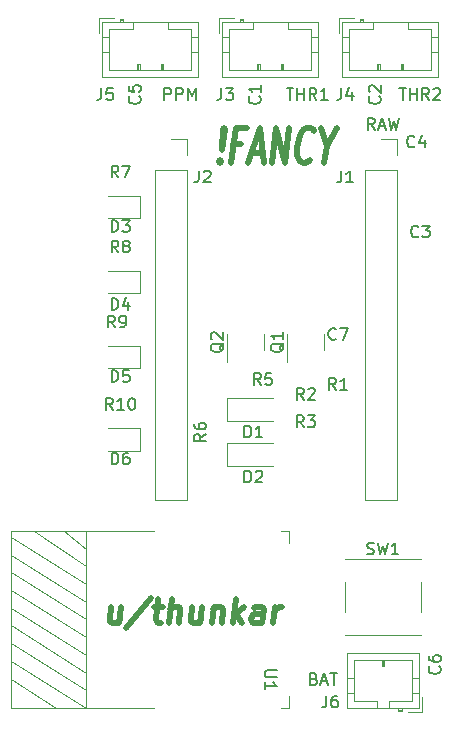
<source format=gbr>
%TF.GenerationSoftware,KiCad,Pcbnew,6.0.2-378541a8eb~116~ubuntu20.04.1*%
%TF.CreationDate,2022-02-26T00:15:36+01:00*%
%TF.ProjectId,unfancyRemote,756e6661-6e63-4795-9265-6d6f74652e6b,rev?*%
%TF.SameCoordinates,Original*%
%TF.FileFunction,Legend,Top*%
%TF.FilePolarity,Positive*%
%FSLAX46Y46*%
G04 Gerber Fmt 4.6, Leading zero omitted, Abs format (unit mm)*
G04 Created by KiCad (PCBNEW 6.0.2-378541a8eb~116~ubuntu20.04.1) date 2022-02-26 00:15:36*
%MOMM*%
%LPD*%
G01*
G04 APERTURE LIST*
%ADD10C,0.500000*%
%ADD11C,0.150000*%
%ADD12C,0.120000*%
G04 APERTURE END LIST*
D10*
X120739226Y-110696428D02*
X120572559Y-112029761D01*
X119882083Y-110696428D02*
X119751130Y-111744047D01*
X119822559Y-111934523D01*
X120001130Y-112029761D01*
X120286845Y-112029761D01*
X120489226Y-111934523D01*
X120596369Y-111839285D01*
X123215416Y-109934523D02*
X121179702Y-112505952D01*
X123501130Y-110696428D02*
X124263035Y-110696428D01*
X123870178Y-110029761D02*
X123655892Y-111744047D01*
X123727321Y-111934523D01*
X123905892Y-112029761D01*
X124096369Y-112029761D01*
X124763035Y-112029761D02*
X125013035Y-110029761D01*
X125620178Y-112029761D02*
X125751130Y-110982142D01*
X125679702Y-110791666D01*
X125501130Y-110696428D01*
X125215416Y-110696428D01*
X125013035Y-110791666D01*
X124905892Y-110886904D01*
X127596369Y-110696428D02*
X127429702Y-112029761D01*
X126739226Y-110696428D02*
X126608273Y-111744047D01*
X126679702Y-111934523D01*
X126858273Y-112029761D01*
X127143988Y-112029761D01*
X127346369Y-111934523D01*
X127453511Y-111839285D01*
X128548750Y-110696428D02*
X128382083Y-112029761D01*
X128524940Y-110886904D02*
X128632083Y-110791666D01*
X128834464Y-110696428D01*
X129120178Y-110696428D01*
X129298750Y-110791666D01*
X129370178Y-110982142D01*
X129239226Y-112029761D01*
X130191607Y-112029761D02*
X130441607Y-110029761D01*
X130477321Y-111267857D02*
X130953511Y-112029761D01*
X131120178Y-110696428D02*
X130263035Y-111458333D01*
X132667797Y-112029761D02*
X132798750Y-110982142D01*
X132727321Y-110791666D01*
X132548750Y-110696428D01*
X132167797Y-110696428D01*
X131965416Y-110791666D01*
X132679702Y-111934523D02*
X132477321Y-112029761D01*
X132001130Y-112029761D01*
X131822559Y-111934523D01*
X131751130Y-111744047D01*
X131774940Y-111553571D01*
X131893988Y-111363095D01*
X132096369Y-111267857D01*
X132572559Y-111267857D01*
X132774940Y-111172619D01*
X133620178Y-112029761D02*
X133786845Y-110696428D01*
X133739226Y-111077380D02*
X133858273Y-110886904D01*
X133965416Y-110791666D01*
X134167797Y-110696428D01*
X134358273Y-110696428D01*
X129117648Y-72826428D02*
X129195029Y-72969285D01*
X129081934Y-73112142D01*
X129004553Y-72969285D01*
X129117648Y-72826428D01*
X129081934Y-73112142D01*
X129224791Y-71969285D02*
X129343839Y-70255000D01*
X129456934Y-70112142D01*
X129534315Y-70255000D01*
X129224791Y-71969285D01*
X129456934Y-70112142D01*
X130897410Y-71540714D02*
X130230744Y-71540714D01*
X130034315Y-73112142D02*
X130409315Y-70112142D01*
X131361696Y-70112142D01*
X131760505Y-72255000D02*
X132712886Y-72255000D01*
X131462886Y-73112142D02*
X132504553Y-70112142D01*
X132796220Y-73112142D01*
X133462886Y-73112142D02*
X133837886Y-70112142D01*
X134605744Y-73112142D01*
X134980744Y-70112142D01*
X136736696Y-72826428D02*
X136623601Y-72969285D01*
X136320029Y-73112142D01*
X136129553Y-73112142D01*
X135861696Y-72969285D01*
X135706934Y-72683571D01*
X135647410Y-72397857D01*
X135623601Y-71826428D01*
X135677172Y-71397857D01*
X135843839Y-70826428D01*
X135974791Y-70540714D01*
X136200982Y-70255000D01*
X136504553Y-70112142D01*
X136695029Y-70112142D01*
X136962886Y-70255000D01*
X137040267Y-70397857D01*
X138117648Y-71683571D02*
X137939077Y-73112142D01*
X137647410Y-70112142D02*
X138117648Y-71683571D01*
X138980744Y-70112142D01*
D11*
X142184523Y-70302380D02*
X141851190Y-69826190D01*
X141613095Y-70302380D02*
X141613095Y-69302380D01*
X141994047Y-69302380D01*
X142089285Y-69350000D01*
X142136904Y-69397619D01*
X142184523Y-69492857D01*
X142184523Y-69635714D01*
X142136904Y-69730952D01*
X142089285Y-69778571D01*
X141994047Y-69826190D01*
X141613095Y-69826190D01*
X142565476Y-70016666D02*
X143041666Y-70016666D01*
X142470238Y-70302380D02*
X142803571Y-69302380D01*
X143136904Y-70302380D01*
X143375000Y-69302380D02*
X143613095Y-70302380D01*
X143803571Y-69588095D01*
X143994047Y-70302380D01*
X144232142Y-69302380D01*
X137056904Y-116768571D02*
X137199761Y-116816190D01*
X137247380Y-116863809D01*
X137295000Y-116959047D01*
X137295000Y-117101904D01*
X137247380Y-117197142D01*
X137199761Y-117244761D01*
X137104523Y-117292380D01*
X136723571Y-117292380D01*
X136723571Y-116292380D01*
X137056904Y-116292380D01*
X137152142Y-116340000D01*
X137199761Y-116387619D01*
X137247380Y-116482857D01*
X137247380Y-116578095D01*
X137199761Y-116673333D01*
X137152142Y-116720952D01*
X137056904Y-116768571D01*
X136723571Y-116768571D01*
X137675952Y-117006666D02*
X138152142Y-117006666D01*
X137580714Y-117292380D02*
X137914047Y-116292380D01*
X138247380Y-117292380D01*
X138437857Y-116292380D02*
X139009285Y-116292380D01*
X138723571Y-117292380D02*
X138723571Y-116292380D01*
X144264285Y-66762380D02*
X144835714Y-66762380D01*
X144550000Y-67762380D02*
X144550000Y-66762380D01*
X145169047Y-67762380D02*
X145169047Y-66762380D01*
X145169047Y-67238571D02*
X145740476Y-67238571D01*
X145740476Y-67762380D02*
X145740476Y-66762380D01*
X146788095Y-67762380D02*
X146454761Y-67286190D01*
X146216666Y-67762380D02*
X146216666Y-66762380D01*
X146597619Y-66762380D01*
X146692857Y-66810000D01*
X146740476Y-66857619D01*
X146788095Y-66952857D01*
X146788095Y-67095714D01*
X146740476Y-67190952D01*
X146692857Y-67238571D01*
X146597619Y-67286190D01*
X146216666Y-67286190D01*
X147169047Y-66857619D02*
X147216666Y-66810000D01*
X147311904Y-66762380D01*
X147550000Y-66762380D01*
X147645238Y-66810000D01*
X147692857Y-66857619D01*
X147740476Y-66952857D01*
X147740476Y-67048095D01*
X147692857Y-67190952D01*
X147121428Y-67762380D01*
X147740476Y-67762380D01*
X134739285Y-66762380D02*
X135310714Y-66762380D01*
X135025000Y-67762380D02*
X135025000Y-66762380D01*
X135644047Y-67762380D02*
X135644047Y-66762380D01*
X135644047Y-67238571D02*
X136215476Y-67238571D01*
X136215476Y-67762380D02*
X136215476Y-66762380D01*
X137263095Y-67762380D02*
X136929761Y-67286190D01*
X136691666Y-67762380D02*
X136691666Y-66762380D01*
X137072619Y-66762380D01*
X137167857Y-66810000D01*
X137215476Y-66857619D01*
X137263095Y-66952857D01*
X137263095Y-67095714D01*
X137215476Y-67190952D01*
X137167857Y-67238571D01*
X137072619Y-67286190D01*
X136691666Y-67286190D01*
X138215476Y-67762380D02*
X137644047Y-67762380D01*
X137929761Y-67762380D02*
X137929761Y-66762380D01*
X137834523Y-66905238D01*
X137739285Y-67000476D01*
X137644047Y-67048095D01*
X124396666Y-67762380D02*
X124396666Y-66762380D01*
X124777619Y-66762380D01*
X124872857Y-66810000D01*
X124920476Y-66857619D01*
X124968095Y-66952857D01*
X124968095Y-67095714D01*
X124920476Y-67190952D01*
X124872857Y-67238571D01*
X124777619Y-67286190D01*
X124396666Y-67286190D01*
X125396666Y-67762380D02*
X125396666Y-66762380D01*
X125777619Y-66762380D01*
X125872857Y-66810000D01*
X125920476Y-66857619D01*
X125968095Y-66952857D01*
X125968095Y-67095714D01*
X125920476Y-67190952D01*
X125872857Y-67238571D01*
X125777619Y-67286190D01*
X125396666Y-67286190D01*
X126396666Y-67762380D02*
X126396666Y-66762380D01*
X126730000Y-67476666D01*
X127063333Y-66762380D01*
X127063333Y-67762380D01*
%TO.C,R1*%
X138898333Y-92307380D02*
X138565000Y-91831190D01*
X138326904Y-92307380D02*
X138326904Y-91307380D01*
X138707857Y-91307380D01*
X138803095Y-91355000D01*
X138850714Y-91402619D01*
X138898333Y-91497857D01*
X138898333Y-91640714D01*
X138850714Y-91735952D01*
X138803095Y-91783571D01*
X138707857Y-91831190D01*
X138326904Y-91831190D01*
X139850714Y-92307380D02*
X139279285Y-92307380D01*
X139565000Y-92307380D02*
X139565000Y-91307380D01*
X139469761Y-91450238D01*
X139374523Y-91545476D01*
X139279285Y-91593095D01*
%TO.C,C2*%
X142597142Y-67476666D02*
X142644761Y-67524285D01*
X142692380Y-67667142D01*
X142692380Y-67762380D01*
X142644761Y-67905238D01*
X142549523Y-68000476D01*
X142454285Y-68048095D01*
X142263809Y-68095714D01*
X142120952Y-68095714D01*
X141930476Y-68048095D01*
X141835238Y-68000476D01*
X141740000Y-67905238D01*
X141692380Y-67762380D01*
X141692380Y-67667142D01*
X141740000Y-67524285D01*
X141787619Y-67476666D01*
X141787619Y-67095714D02*
X141740000Y-67048095D01*
X141692380Y-66952857D01*
X141692380Y-66714761D01*
X141740000Y-66619523D01*
X141787619Y-66571904D01*
X141882857Y-66524285D01*
X141978095Y-66524285D01*
X142120952Y-66571904D01*
X142692380Y-67143333D01*
X142692380Y-66524285D01*
%TO.C,C5*%
X122277142Y-67476666D02*
X122324761Y-67524285D01*
X122372380Y-67667142D01*
X122372380Y-67762380D01*
X122324761Y-67905238D01*
X122229523Y-68000476D01*
X122134285Y-68048095D01*
X121943809Y-68095714D01*
X121800952Y-68095714D01*
X121610476Y-68048095D01*
X121515238Y-68000476D01*
X121420000Y-67905238D01*
X121372380Y-67762380D01*
X121372380Y-67667142D01*
X121420000Y-67524285D01*
X121467619Y-67476666D01*
X121372380Y-66571904D02*
X121372380Y-67048095D01*
X121848571Y-67095714D01*
X121800952Y-67048095D01*
X121753333Y-66952857D01*
X121753333Y-66714761D01*
X121800952Y-66619523D01*
X121848571Y-66571904D01*
X121943809Y-66524285D01*
X122181904Y-66524285D01*
X122277142Y-66571904D01*
X122324761Y-66619523D01*
X122372380Y-66714761D01*
X122372380Y-66952857D01*
X122324761Y-67048095D01*
X122277142Y-67095714D01*
%TO.C,R9*%
X120193333Y-87032380D02*
X119860000Y-86556190D01*
X119621904Y-87032380D02*
X119621904Y-86032380D01*
X120002857Y-86032380D01*
X120098095Y-86080000D01*
X120145714Y-86127619D01*
X120193333Y-86222857D01*
X120193333Y-86365714D01*
X120145714Y-86460952D01*
X120098095Y-86508571D01*
X120002857Y-86556190D01*
X119621904Y-86556190D01*
X120669523Y-87032380D02*
X120860000Y-87032380D01*
X120955238Y-86984761D01*
X121002857Y-86937142D01*
X121098095Y-86794285D01*
X121145714Y-86603809D01*
X121145714Y-86222857D01*
X121098095Y-86127619D01*
X121050476Y-86080000D01*
X120955238Y-86032380D01*
X120764761Y-86032380D01*
X120669523Y-86080000D01*
X120621904Y-86127619D01*
X120574285Y-86222857D01*
X120574285Y-86460952D01*
X120621904Y-86556190D01*
X120669523Y-86603809D01*
X120764761Y-86651428D01*
X120955238Y-86651428D01*
X121050476Y-86603809D01*
X121098095Y-86556190D01*
X121145714Y-86460952D01*
%TO.C,D3*%
X119911904Y-78937380D02*
X119911904Y-77937380D01*
X120150000Y-77937380D01*
X120292857Y-77985000D01*
X120388095Y-78080238D01*
X120435714Y-78175476D01*
X120483333Y-78365952D01*
X120483333Y-78508809D01*
X120435714Y-78699285D01*
X120388095Y-78794523D01*
X120292857Y-78889761D01*
X120150000Y-78937380D01*
X119911904Y-78937380D01*
X120816666Y-77937380D02*
X121435714Y-77937380D01*
X121102380Y-78318333D01*
X121245238Y-78318333D01*
X121340476Y-78365952D01*
X121388095Y-78413571D01*
X121435714Y-78508809D01*
X121435714Y-78746904D01*
X121388095Y-78842142D01*
X121340476Y-78889761D01*
X121245238Y-78937380D01*
X120959523Y-78937380D01*
X120864285Y-78889761D01*
X120816666Y-78842142D01*
%TO.C,J2*%
X127301666Y-73747380D02*
X127301666Y-74461666D01*
X127254047Y-74604523D01*
X127158809Y-74699761D01*
X127015952Y-74747380D01*
X126920714Y-74747380D01*
X127730238Y-73842619D02*
X127777857Y-73795000D01*
X127873095Y-73747380D01*
X128111190Y-73747380D01*
X128206428Y-73795000D01*
X128254047Y-73842619D01*
X128301666Y-73937857D01*
X128301666Y-74033095D01*
X128254047Y-74175952D01*
X127682619Y-74747380D01*
X128301666Y-74747380D01*
%TO.C,R3*%
X136184583Y-95482380D02*
X135851250Y-95006190D01*
X135613154Y-95482380D02*
X135613154Y-94482380D01*
X135994107Y-94482380D01*
X136089345Y-94530000D01*
X136136964Y-94577619D01*
X136184583Y-94672857D01*
X136184583Y-94815714D01*
X136136964Y-94910952D01*
X136089345Y-94958571D01*
X135994107Y-95006190D01*
X135613154Y-95006190D01*
X136517916Y-94482380D02*
X137136964Y-94482380D01*
X136803630Y-94863333D01*
X136946488Y-94863333D01*
X137041726Y-94910952D01*
X137089345Y-94958571D01*
X137136964Y-95053809D01*
X137136964Y-95291904D01*
X137089345Y-95387142D01*
X137041726Y-95434761D01*
X136946488Y-95482380D01*
X136660773Y-95482380D01*
X136565535Y-95434761D01*
X136517916Y-95387142D01*
%TO.C,U1*%
X133897619Y-116078095D02*
X133088095Y-116078095D01*
X132992857Y-116125714D01*
X132945238Y-116173333D01*
X132897619Y-116268571D01*
X132897619Y-116459047D01*
X132945238Y-116554285D01*
X132992857Y-116601904D01*
X133088095Y-116649523D01*
X133897619Y-116649523D01*
X132897619Y-117649523D02*
X132897619Y-117078095D01*
X132897619Y-117363809D02*
X133897619Y-117363809D01*
X133754761Y-117268571D01*
X133659523Y-117173333D01*
X133611904Y-117078095D01*
%TO.C,C4*%
X145563333Y-71697142D02*
X145515714Y-71744761D01*
X145372857Y-71792380D01*
X145277619Y-71792380D01*
X145134761Y-71744761D01*
X145039523Y-71649523D01*
X144991904Y-71554285D01*
X144944285Y-71363809D01*
X144944285Y-71220952D01*
X144991904Y-71030476D01*
X145039523Y-70935238D01*
X145134761Y-70840000D01*
X145277619Y-70792380D01*
X145372857Y-70792380D01*
X145515714Y-70840000D01*
X145563333Y-70887619D01*
X146420476Y-71125714D02*
X146420476Y-71792380D01*
X146182380Y-70744761D02*
X145944285Y-71459047D01*
X146563333Y-71459047D01*
%TO.C,J1*%
X139366666Y-73747380D02*
X139366666Y-74461666D01*
X139319047Y-74604523D01*
X139223809Y-74699761D01*
X139080952Y-74747380D01*
X138985714Y-74747380D01*
X140366666Y-74747380D02*
X139795238Y-74747380D01*
X140080952Y-74747380D02*
X140080952Y-73747380D01*
X139985714Y-73890238D01*
X139890476Y-73985476D01*
X139795238Y-74033095D01*
%TO.C, *%
%TO.C,R2*%
X136184583Y-93162380D02*
X135851250Y-92686190D01*
X135613154Y-93162380D02*
X135613154Y-92162380D01*
X135994107Y-92162380D01*
X136089345Y-92210000D01*
X136136964Y-92257619D01*
X136184583Y-92352857D01*
X136184583Y-92495714D01*
X136136964Y-92590952D01*
X136089345Y-92638571D01*
X135994107Y-92686190D01*
X135613154Y-92686190D01*
X136565535Y-92257619D02*
X136613154Y-92210000D01*
X136708392Y-92162380D01*
X136946488Y-92162380D01*
X137041726Y-92210000D01*
X137089345Y-92257619D01*
X137136964Y-92352857D01*
X137136964Y-92448095D01*
X137089345Y-92590952D01*
X136517916Y-93162380D01*
X137136964Y-93162380D01*
%TO.C,C1*%
X132437142Y-67476666D02*
X132484761Y-67524285D01*
X132532380Y-67667142D01*
X132532380Y-67762380D01*
X132484761Y-67905238D01*
X132389523Y-68000476D01*
X132294285Y-68048095D01*
X132103809Y-68095714D01*
X131960952Y-68095714D01*
X131770476Y-68048095D01*
X131675238Y-68000476D01*
X131580000Y-67905238D01*
X131532380Y-67762380D01*
X131532380Y-67667142D01*
X131580000Y-67524285D01*
X131627619Y-67476666D01*
X132532380Y-66524285D02*
X132532380Y-67095714D01*
X132532380Y-66810000D02*
X131532380Y-66810000D01*
X131675238Y-66905238D01*
X131770476Y-67000476D01*
X131818095Y-67095714D01*
%TO.C,D1*%
X131168154Y-96337380D02*
X131168154Y-95337380D01*
X131406250Y-95337380D01*
X131549107Y-95385000D01*
X131644345Y-95480238D01*
X131691964Y-95575476D01*
X131739583Y-95765952D01*
X131739583Y-95908809D01*
X131691964Y-96099285D01*
X131644345Y-96194523D01*
X131549107Y-96289761D01*
X131406250Y-96337380D01*
X131168154Y-96337380D01*
X132691964Y-96337380D02*
X132120535Y-96337380D01*
X132406250Y-96337380D02*
X132406250Y-95337380D01*
X132311011Y-95480238D01*
X132215773Y-95575476D01*
X132120535Y-95623095D01*
%TO.C,C3*%
X145883333Y-79317142D02*
X145835714Y-79364761D01*
X145692857Y-79412380D01*
X145597619Y-79412380D01*
X145454761Y-79364761D01*
X145359523Y-79269523D01*
X145311904Y-79174285D01*
X145264285Y-78983809D01*
X145264285Y-78840952D01*
X145311904Y-78650476D01*
X145359523Y-78555238D01*
X145454761Y-78460000D01*
X145597619Y-78412380D01*
X145692857Y-78412380D01*
X145835714Y-78460000D01*
X145883333Y-78507619D01*
X146216666Y-78412380D02*
X146835714Y-78412380D01*
X146502380Y-78793333D01*
X146645238Y-78793333D01*
X146740476Y-78840952D01*
X146788095Y-78888571D01*
X146835714Y-78983809D01*
X146835714Y-79221904D01*
X146788095Y-79317142D01*
X146740476Y-79364761D01*
X146645238Y-79412380D01*
X146359523Y-79412380D01*
X146264285Y-79364761D01*
X146216666Y-79317142D01*
%TO.C,J6*%
X138096666Y-118197380D02*
X138096666Y-118911666D01*
X138049047Y-119054523D01*
X137953809Y-119149761D01*
X137810952Y-119197380D01*
X137715714Y-119197380D01*
X139001428Y-118197380D02*
X138810952Y-118197380D01*
X138715714Y-118245000D01*
X138668095Y-118292619D01*
X138572857Y-118435476D01*
X138525238Y-118625952D01*
X138525238Y-119006904D01*
X138572857Y-119102142D01*
X138620476Y-119149761D01*
X138715714Y-119197380D01*
X138906190Y-119197380D01*
X139001428Y-119149761D01*
X139049047Y-119102142D01*
X139096666Y-119006904D01*
X139096666Y-118768809D01*
X139049047Y-118673571D01*
X139001428Y-118625952D01*
X138906190Y-118578333D01*
X138715714Y-118578333D01*
X138620476Y-118625952D01*
X138572857Y-118673571D01*
X138525238Y-118768809D01*
%TO.C,R5*%
X132548333Y-91892380D02*
X132215000Y-91416190D01*
X131976904Y-91892380D02*
X131976904Y-90892380D01*
X132357857Y-90892380D01*
X132453095Y-90940000D01*
X132500714Y-90987619D01*
X132548333Y-91082857D01*
X132548333Y-91225714D01*
X132500714Y-91320952D01*
X132453095Y-91368571D01*
X132357857Y-91416190D01*
X131976904Y-91416190D01*
X133453095Y-90892380D02*
X132976904Y-90892380D01*
X132929285Y-91368571D01*
X132976904Y-91320952D01*
X133072142Y-91273333D01*
X133310238Y-91273333D01*
X133405476Y-91320952D01*
X133453095Y-91368571D01*
X133500714Y-91463809D01*
X133500714Y-91701904D01*
X133453095Y-91797142D01*
X133405476Y-91844761D01*
X133310238Y-91892380D01*
X133072142Y-91892380D01*
X132976904Y-91844761D01*
X132929285Y-91797142D01*
%TO.C,D4*%
X119911904Y-85542380D02*
X119911904Y-84542380D01*
X120150000Y-84542380D01*
X120292857Y-84590000D01*
X120388095Y-84685238D01*
X120435714Y-84780476D01*
X120483333Y-84970952D01*
X120483333Y-85113809D01*
X120435714Y-85304285D01*
X120388095Y-85399523D01*
X120292857Y-85494761D01*
X120150000Y-85542380D01*
X119911904Y-85542380D01*
X121340476Y-84875714D02*
X121340476Y-85542380D01*
X121102380Y-84494761D02*
X120864285Y-85209047D01*
X121483333Y-85209047D01*
%TO.C,R10*%
X120007142Y-94017380D02*
X119673809Y-93541190D01*
X119435714Y-94017380D02*
X119435714Y-93017380D01*
X119816666Y-93017380D01*
X119911904Y-93065000D01*
X119959523Y-93112619D01*
X120007142Y-93207857D01*
X120007142Y-93350714D01*
X119959523Y-93445952D01*
X119911904Y-93493571D01*
X119816666Y-93541190D01*
X119435714Y-93541190D01*
X120959523Y-94017380D02*
X120388095Y-94017380D01*
X120673809Y-94017380D02*
X120673809Y-93017380D01*
X120578571Y-93160238D01*
X120483333Y-93255476D01*
X120388095Y-93303095D01*
X121578571Y-93017380D02*
X121673809Y-93017380D01*
X121769047Y-93065000D01*
X121816666Y-93112619D01*
X121864285Y-93207857D01*
X121911904Y-93398333D01*
X121911904Y-93636428D01*
X121864285Y-93826904D01*
X121816666Y-93922142D01*
X121769047Y-93969761D01*
X121673809Y-94017380D01*
X121578571Y-94017380D01*
X121483333Y-93969761D01*
X121435714Y-93922142D01*
X121388095Y-93826904D01*
X121340476Y-93636428D01*
X121340476Y-93398333D01*
X121388095Y-93207857D01*
X121435714Y-93112619D01*
X121483333Y-93065000D01*
X121578571Y-93017380D01*
%TO.C,C6*%
X147677142Y-115736666D02*
X147724761Y-115784285D01*
X147772380Y-115927142D01*
X147772380Y-116022380D01*
X147724761Y-116165238D01*
X147629523Y-116260476D01*
X147534285Y-116308095D01*
X147343809Y-116355714D01*
X147200952Y-116355714D01*
X147010476Y-116308095D01*
X146915238Y-116260476D01*
X146820000Y-116165238D01*
X146772380Y-116022380D01*
X146772380Y-115927142D01*
X146820000Y-115784285D01*
X146867619Y-115736666D01*
X146772380Y-114879523D02*
X146772380Y-115070000D01*
X146820000Y-115165238D01*
X146867619Y-115212857D01*
X147010476Y-115308095D01*
X147200952Y-115355714D01*
X147581904Y-115355714D01*
X147677142Y-115308095D01*
X147724761Y-115260476D01*
X147772380Y-115165238D01*
X147772380Y-114974761D01*
X147724761Y-114879523D01*
X147677142Y-114831904D01*
X147581904Y-114784285D01*
X147343809Y-114784285D01*
X147248571Y-114831904D01*
X147200952Y-114879523D01*
X147153333Y-114974761D01*
X147153333Y-115165238D01*
X147200952Y-115260476D01*
X147248571Y-115308095D01*
X147343809Y-115355714D01*
%TO.C,Q1*%
X134498869Y-88360238D02*
X134451250Y-88455476D01*
X134356011Y-88550714D01*
X134213154Y-88693571D01*
X134165535Y-88788809D01*
X134165535Y-88884047D01*
X134403630Y-88836428D02*
X134356011Y-88931666D01*
X134260773Y-89026904D01*
X134070297Y-89074523D01*
X133736964Y-89074523D01*
X133546488Y-89026904D01*
X133451250Y-88931666D01*
X133403630Y-88836428D01*
X133403630Y-88645952D01*
X133451250Y-88550714D01*
X133546488Y-88455476D01*
X133736964Y-88407857D01*
X134070297Y-88407857D01*
X134260773Y-88455476D01*
X134356011Y-88550714D01*
X134403630Y-88645952D01*
X134403630Y-88836428D01*
X134403630Y-87455476D02*
X134403630Y-88026904D01*
X134403630Y-87741190D02*
X133403630Y-87741190D01*
X133546488Y-87836428D01*
X133641726Y-87931666D01*
X133689345Y-88026904D01*
%TO.C,J3*%
X129206666Y-66762380D02*
X129206666Y-67476666D01*
X129159047Y-67619523D01*
X129063809Y-67714761D01*
X128920952Y-67762380D01*
X128825714Y-67762380D01*
X129587619Y-66762380D02*
X130206666Y-66762380D01*
X129873333Y-67143333D01*
X130016190Y-67143333D01*
X130111428Y-67190952D01*
X130159047Y-67238571D01*
X130206666Y-67333809D01*
X130206666Y-67571904D01*
X130159047Y-67667142D01*
X130111428Y-67714761D01*
X130016190Y-67762380D01*
X129730476Y-67762380D01*
X129635238Y-67714761D01*
X129587619Y-67667142D01*
%TO.C,D2*%
X131168154Y-100147380D02*
X131168154Y-99147380D01*
X131406250Y-99147380D01*
X131549107Y-99195000D01*
X131644345Y-99290238D01*
X131691964Y-99385476D01*
X131739583Y-99575952D01*
X131739583Y-99718809D01*
X131691964Y-99909285D01*
X131644345Y-100004523D01*
X131549107Y-100099761D01*
X131406250Y-100147380D01*
X131168154Y-100147380D01*
X132120535Y-99242619D02*
X132168154Y-99195000D01*
X132263392Y-99147380D01*
X132501488Y-99147380D01*
X132596726Y-99195000D01*
X132644345Y-99242619D01*
X132691964Y-99337857D01*
X132691964Y-99433095D01*
X132644345Y-99575952D01*
X132072916Y-100147380D01*
X132691964Y-100147380D01*
%TO.C,D6*%
X119911904Y-98622380D02*
X119911904Y-97622380D01*
X120150000Y-97622380D01*
X120292857Y-97670000D01*
X120388095Y-97765238D01*
X120435714Y-97860476D01*
X120483333Y-98050952D01*
X120483333Y-98193809D01*
X120435714Y-98384285D01*
X120388095Y-98479523D01*
X120292857Y-98574761D01*
X120150000Y-98622380D01*
X119911904Y-98622380D01*
X121340476Y-97622380D02*
X121150000Y-97622380D01*
X121054761Y-97670000D01*
X121007142Y-97717619D01*
X120911904Y-97860476D01*
X120864285Y-98050952D01*
X120864285Y-98431904D01*
X120911904Y-98527142D01*
X120959523Y-98574761D01*
X121054761Y-98622380D01*
X121245238Y-98622380D01*
X121340476Y-98574761D01*
X121388095Y-98527142D01*
X121435714Y-98431904D01*
X121435714Y-98193809D01*
X121388095Y-98098571D01*
X121340476Y-98050952D01*
X121245238Y-98003333D01*
X121054761Y-98003333D01*
X120959523Y-98050952D01*
X120911904Y-98098571D01*
X120864285Y-98193809D01*
%TO.C,J4*%
X139366666Y-66762380D02*
X139366666Y-67476666D01*
X139319047Y-67619523D01*
X139223809Y-67714761D01*
X139080952Y-67762380D01*
X138985714Y-67762380D01*
X140271428Y-67095714D02*
X140271428Y-67762380D01*
X140033333Y-66714761D02*
X139795238Y-67429047D01*
X140414285Y-67429047D01*
%TO.C,Q2*%
X129418869Y-88360238D02*
X129371250Y-88455476D01*
X129276011Y-88550714D01*
X129133154Y-88693571D01*
X129085535Y-88788809D01*
X129085535Y-88884047D01*
X129323630Y-88836428D02*
X129276011Y-88931666D01*
X129180773Y-89026904D01*
X128990297Y-89074523D01*
X128656964Y-89074523D01*
X128466488Y-89026904D01*
X128371250Y-88931666D01*
X128323630Y-88836428D01*
X128323630Y-88645952D01*
X128371250Y-88550714D01*
X128466488Y-88455476D01*
X128656964Y-88407857D01*
X128990297Y-88407857D01*
X129180773Y-88455476D01*
X129276011Y-88550714D01*
X129323630Y-88645952D01*
X129323630Y-88836428D01*
X128418869Y-88026904D02*
X128371250Y-87979285D01*
X128323630Y-87884047D01*
X128323630Y-87645952D01*
X128371250Y-87550714D01*
X128418869Y-87503095D01*
X128514107Y-87455476D01*
X128609345Y-87455476D01*
X128752202Y-87503095D01*
X129323630Y-88074523D01*
X129323630Y-87455476D01*
%TO.C,R7*%
X120483333Y-74332380D02*
X120150000Y-73856190D01*
X119911904Y-74332380D02*
X119911904Y-73332380D01*
X120292857Y-73332380D01*
X120388095Y-73380000D01*
X120435714Y-73427619D01*
X120483333Y-73522857D01*
X120483333Y-73665714D01*
X120435714Y-73760952D01*
X120388095Y-73808571D01*
X120292857Y-73856190D01*
X119911904Y-73856190D01*
X120816666Y-73332380D02*
X121483333Y-73332380D01*
X121054761Y-74332380D01*
%TO.C,D5*%
X119911904Y-91637380D02*
X119911904Y-90637380D01*
X120150000Y-90637380D01*
X120292857Y-90685000D01*
X120388095Y-90780238D01*
X120435714Y-90875476D01*
X120483333Y-91065952D01*
X120483333Y-91208809D01*
X120435714Y-91399285D01*
X120388095Y-91494523D01*
X120292857Y-91589761D01*
X120150000Y-91637380D01*
X119911904Y-91637380D01*
X121388095Y-90637380D02*
X120911904Y-90637380D01*
X120864285Y-91113571D01*
X120911904Y-91065952D01*
X121007142Y-91018333D01*
X121245238Y-91018333D01*
X121340476Y-91065952D01*
X121388095Y-91113571D01*
X121435714Y-91208809D01*
X121435714Y-91446904D01*
X121388095Y-91542142D01*
X121340476Y-91589761D01*
X121245238Y-91637380D01*
X121007142Y-91637380D01*
X120911904Y-91589761D01*
X120864285Y-91542142D01*
%TO.C,C7*%
X138898333Y-87987142D02*
X138850714Y-88034761D01*
X138707857Y-88082380D01*
X138612619Y-88082380D01*
X138469761Y-88034761D01*
X138374523Y-87939523D01*
X138326904Y-87844285D01*
X138279285Y-87653809D01*
X138279285Y-87510952D01*
X138326904Y-87320476D01*
X138374523Y-87225238D01*
X138469761Y-87130000D01*
X138612619Y-87082380D01*
X138707857Y-87082380D01*
X138850714Y-87130000D01*
X138898333Y-87177619D01*
X139231666Y-87082380D02*
X139898333Y-87082380D01*
X139469761Y-88082380D01*
%TO.C,J5*%
X119046666Y-66762380D02*
X119046666Y-67476666D01*
X118999047Y-67619523D01*
X118903809Y-67714761D01*
X118760952Y-67762380D01*
X118665714Y-67762380D01*
X119999047Y-66762380D02*
X119522857Y-66762380D01*
X119475238Y-67238571D01*
X119522857Y-67190952D01*
X119618095Y-67143333D01*
X119856190Y-67143333D01*
X119951428Y-67190952D01*
X119999047Y-67238571D01*
X120046666Y-67333809D01*
X120046666Y-67571904D01*
X119999047Y-67667142D01*
X119951428Y-67714761D01*
X119856190Y-67762380D01*
X119618095Y-67762380D01*
X119522857Y-67714761D01*
X119475238Y-67667142D01*
%TO.C,R8*%
X120483333Y-80682380D02*
X120150000Y-80206190D01*
X119911904Y-80682380D02*
X119911904Y-79682380D01*
X120292857Y-79682380D01*
X120388095Y-79730000D01*
X120435714Y-79777619D01*
X120483333Y-79872857D01*
X120483333Y-80015714D01*
X120435714Y-80110952D01*
X120388095Y-80158571D01*
X120292857Y-80206190D01*
X119911904Y-80206190D01*
X121054761Y-80110952D02*
X120959523Y-80063333D01*
X120911904Y-80015714D01*
X120864285Y-79920476D01*
X120864285Y-79872857D01*
X120911904Y-79777619D01*
X120959523Y-79730000D01*
X121054761Y-79682380D01*
X121245238Y-79682380D01*
X121340476Y-79730000D01*
X121388095Y-79777619D01*
X121435714Y-79872857D01*
X121435714Y-79920476D01*
X121388095Y-80015714D01*
X121340476Y-80063333D01*
X121245238Y-80110952D01*
X121054761Y-80110952D01*
X120959523Y-80158571D01*
X120911904Y-80206190D01*
X120864285Y-80301428D01*
X120864285Y-80491904D01*
X120911904Y-80587142D01*
X120959523Y-80634761D01*
X121054761Y-80682380D01*
X121245238Y-80682380D01*
X121340476Y-80634761D01*
X121388095Y-80587142D01*
X121435714Y-80491904D01*
X121435714Y-80301428D01*
X121388095Y-80206190D01*
X121340476Y-80158571D01*
X121245238Y-80110952D01*
%TO.C,R6*%
X127913630Y-96051666D02*
X127437440Y-96385000D01*
X127913630Y-96623095D02*
X126913630Y-96623095D01*
X126913630Y-96242142D01*
X126961250Y-96146904D01*
X127008869Y-96099285D01*
X127104107Y-96051666D01*
X127246964Y-96051666D01*
X127342202Y-96099285D01*
X127389821Y-96146904D01*
X127437440Y-96242142D01*
X127437440Y-96623095D01*
X126913630Y-95194523D02*
X126913630Y-95385000D01*
X126961250Y-95480238D01*
X127008869Y-95527857D01*
X127151726Y-95623095D01*
X127342202Y-95670714D01*
X127723154Y-95670714D01*
X127818392Y-95623095D01*
X127866011Y-95575476D01*
X127913630Y-95480238D01*
X127913630Y-95289761D01*
X127866011Y-95194523D01*
X127818392Y-95146904D01*
X127723154Y-95099285D01*
X127485059Y-95099285D01*
X127389821Y-95146904D01*
X127342202Y-95194523D01*
X127294583Y-95289761D01*
X127294583Y-95480238D01*
X127342202Y-95575476D01*
X127389821Y-95623095D01*
X127485059Y-95670714D01*
%TO.C,SW1*%
X141541666Y-106209761D02*
X141684523Y-106257380D01*
X141922619Y-106257380D01*
X142017857Y-106209761D01*
X142065476Y-106162142D01*
X142113095Y-106066904D01*
X142113095Y-105971666D01*
X142065476Y-105876428D01*
X142017857Y-105828809D01*
X141922619Y-105781190D01*
X141732142Y-105733571D01*
X141636904Y-105685952D01*
X141589285Y-105638333D01*
X141541666Y-105543095D01*
X141541666Y-105447857D01*
X141589285Y-105352619D01*
X141636904Y-105305000D01*
X141732142Y-105257380D01*
X141970238Y-105257380D01*
X142113095Y-105305000D01*
X142446428Y-105257380D02*
X142684523Y-106257380D01*
X142875000Y-105543095D01*
X143065476Y-106257380D01*
X143303571Y-105257380D01*
X144208333Y-106257380D02*
X143636904Y-106257380D01*
X143922619Y-106257380D02*
X143922619Y-105257380D01*
X143827380Y-105400238D01*
X143732142Y-105495476D01*
X143636904Y-105543095D01*
D12*
%TO.C,D3*%
X122335000Y-75875000D02*
X119650000Y-75875000D01*
X122335000Y-77795000D02*
X122335000Y-75875000D01*
X119650000Y-77795000D02*
X122335000Y-77795000D01*
%TO.C,J2*%
X123616250Y-73680000D02*
X123616250Y-101680000D01*
X123616250Y-101680000D02*
X126276250Y-101680000D01*
X126276250Y-73680000D02*
X126276250Y-101680000D01*
X123616250Y-73680000D02*
X126276250Y-73680000D01*
X124946250Y-71080000D02*
X126276250Y-71080000D01*
X126276250Y-71080000D02*
X126276250Y-72410000D01*
%TO.C,U1*%
X117792500Y-113260000D02*
X111442500Y-109260000D01*
X134302500Y-104260000D02*
X134937500Y-104260000D01*
X111442500Y-104260000D02*
X111442500Y-119260000D01*
X134937500Y-104260000D02*
X134937500Y-105260000D01*
X111442500Y-104260000D02*
X123507500Y-104260000D01*
X117792500Y-119260000D02*
X111442500Y-115260000D01*
X117792500Y-114760000D02*
X111442500Y-110760000D01*
X117792500Y-111760000D02*
X111442500Y-107760000D01*
X134302500Y-119260000D02*
X134937500Y-119260000D01*
X117792500Y-116260000D02*
X111442500Y-112260000D01*
X117792500Y-107260000D02*
X113347500Y-104260000D01*
X117792500Y-104260000D02*
X117792500Y-119260000D01*
X117792500Y-110260000D02*
X111442500Y-106260000D01*
X111442500Y-119260000D02*
X123507500Y-119260000D01*
X134937500Y-119260000D02*
X134937500Y-118260000D01*
X117792500Y-108760000D02*
X111442500Y-104760000D01*
X117792500Y-105760000D02*
X115887500Y-104260000D01*
X117792500Y-117760000D02*
X111442500Y-113760000D01*
X115252500Y-119260000D02*
X111442500Y-116760000D01*
%TO.C,J1*%
X144056250Y-73680000D02*
X144056250Y-101680000D01*
X142726250Y-71080000D02*
X144056250Y-71080000D01*
X144056250Y-71080000D02*
X144056250Y-72410000D01*
X141396250Y-73680000D02*
X141396250Y-101680000D01*
X141396250Y-101680000D02*
X144056250Y-101680000D01*
X141396250Y-73680000D02*
X144056250Y-73680000D01*
%TO.C,D1*%
X129656250Y-92980000D02*
X133556250Y-92980000D01*
X129656250Y-92980000D02*
X129656250Y-94980000D01*
X129656250Y-94980000D02*
X133556250Y-94980000D01*
%TO.C,J6*%
X145935000Y-117975000D02*
X145325000Y-117975000D01*
X145935000Y-114565000D02*
X139815000Y-114565000D01*
X143375000Y-119285000D02*
X143375000Y-118675000D01*
X144985000Y-119585000D02*
X146235000Y-119585000D01*
X139815000Y-117975000D02*
X140425000Y-117975000D01*
X142875000Y-115175000D02*
X142875000Y-115675000D01*
X144475000Y-119485000D02*
X144475000Y-119285000D01*
X144175000Y-119285000D02*
X144175000Y-119485000D01*
X142775000Y-115675000D02*
X142775000Y-115175000D01*
X140425000Y-115175000D02*
X140425000Y-118675000D01*
X146235000Y-119585000D02*
X146235000Y-118335000D01*
X143375000Y-118675000D02*
X145325000Y-118675000D01*
X142975000Y-115675000D02*
X142775000Y-115675000D01*
X140425000Y-118675000D02*
X142375000Y-118675000D01*
X139815000Y-114565000D02*
X139815000Y-119285000D01*
X145325000Y-118675000D02*
X145325000Y-115175000D01*
X144175000Y-119385000D02*
X144475000Y-119385000D01*
X142975000Y-115175000D02*
X142975000Y-115675000D01*
X145935000Y-116675000D02*
X145325000Y-116675000D01*
X145325000Y-115175000D02*
X140425000Y-115175000D01*
X142375000Y-118675000D02*
X142375000Y-119285000D01*
X139815000Y-116675000D02*
X140425000Y-116675000D01*
X144175000Y-119485000D02*
X144475000Y-119485000D01*
X145935000Y-119285000D02*
X145935000Y-114565000D01*
X139815000Y-119285000D02*
X145935000Y-119285000D01*
%TO.C,D4*%
X122335000Y-82225000D02*
X119650000Y-82225000D01*
X122335000Y-84145000D02*
X122335000Y-82225000D01*
X119650000Y-84145000D02*
X122335000Y-84145000D01*
%TO.C,Q1*%
X137911250Y-88265000D02*
X137911250Y-88915000D01*
X134791250Y-88265000D02*
X134791250Y-89940000D01*
X137911250Y-88265000D02*
X137911250Y-87615000D01*
X134791250Y-88265000D02*
X134791250Y-87615000D01*
%TO.C,J3*%
X130750000Y-60940000D02*
X130750000Y-61140000D01*
X131850000Y-61140000D02*
X131850000Y-61750000D01*
X137410000Y-61140000D02*
X129290000Y-61140000D01*
X136800000Y-61750000D02*
X134850000Y-61750000D01*
X129900000Y-61750000D02*
X129900000Y-65250000D01*
X134250000Y-65250000D02*
X134250000Y-64750000D01*
X129290000Y-63750000D02*
X129900000Y-63750000D01*
X129290000Y-61140000D02*
X129290000Y-65860000D01*
X137410000Y-62450000D02*
X136800000Y-62450000D01*
X129290000Y-65860000D02*
X137410000Y-65860000D01*
X132250000Y-64750000D02*
X132450000Y-64750000D01*
X132450000Y-64750000D02*
X132450000Y-65250000D01*
X131050000Y-61040000D02*
X130750000Y-61040000D01*
X134250000Y-64750000D02*
X134450000Y-64750000D01*
X134450000Y-64750000D02*
X134450000Y-65250000D01*
X129290000Y-62450000D02*
X129900000Y-62450000D01*
X130240000Y-60840000D02*
X128990000Y-60840000D01*
X131050000Y-61140000D02*
X131050000Y-60940000D01*
X129900000Y-65250000D02*
X136800000Y-65250000D01*
X128990000Y-60840000D02*
X128990000Y-62090000D01*
X137410000Y-63750000D02*
X136800000Y-63750000D01*
X134850000Y-61750000D02*
X134850000Y-61140000D01*
X132350000Y-65250000D02*
X132350000Y-64750000D01*
X131050000Y-60940000D02*
X130750000Y-60940000D01*
X137410000Y-65860000D02*
X137410000Y-61140000D01*
X136800000Y-65250000D02*
X136800000Y-61750000D01*
X131850000Y-61750000D02*
X129900000Y-61750000D01*
X132250000Y-65250000D02*
X132250000Y-64750000D01*
X134350000Y-65250000D02*
X134350000Y-64750000D01*
%TO.C,D2*%
X129656250Y-96790000D02*
X133556250Y-96790000D01*
X129656250Y-96790000D02*
X129656250Y-98790000D01*
X129656250Y-98790000D02*
X133556250Y-98790000D01*
%TO.C,D6*%
X122335000Y-97480000D02*
X122335000Y-95560000D01*
X122335000Y-95560000D02*
X119650000Y-95560000D01*
X119650000Y-97480000D02*
X122335000Y-97480000D01*
%TO.C,J4*%
X139450000Y-62450000D02*
X140060000Y-62450000D01*
X142410000Y-65250000D02*
X142410000Y-64750000D01*
X142510000Y-65250000D02*
X142510000Y-64750000D01*
X147570000Y-63750000D02*
X146960000Y-63750000D01*
X147570000Y-65860000D02*
X147570000Y-61140000D01*
X139150000Y-60840000D02*
X139150000Y-62090000D01*
X145010000Y-61750000D02*
X145010000Y-61140000D01*
X147570000Y-62450000D02*
X146960000Y-62450000D01*
X146960000Y-65250000D02*
X146960000Y-61750000D01*
X142610000Y-64750000D02*
X142610000Y-65250000D01*
X141210000Y-61140000D02*
X141210000Y-60940000D01*
X139450000Y-63750000D02*
X140060000Y-63750000D01*
X140910000Y-60940000D02*
X140910000Y-61140000D01*
X144510000Y-65250000D02*
X144510000Y-64750000D01*
X141210000Y-60940000D02*
X140910000Y-60940000D01*
X144410000Y-65250000D02*
X144410000Y-64750000D01*
X141210000Y-61040000D02*
X140910000Y-61040000D01*
X144410000Y-64750000D02*
X144610000Y-64750000D01*
X142410000Y-64750000D02*
X142610000Y-64750000D01*
X139450000Y-61140000D02*
X139450000Y-65860000D01*
X146960000Y-61750000D02*
X145010000Y-61750000D01*
X142010000Y-61750000D02*
X140060000Y-61750000D01*
X147570000Y-61140000D02*
X139450000Y-61140000D01*
X140060000Y-65250000D02*
X146960000Y-65250000D01*
X139450000Y-65860000D02*
X147570000Y-65860000D01*
X142010000Y-61140000D02*
X142010000Y-61750000D01*
X140400000Y-60840000D02*
X139150000Y-60840000D01*
X140060000Y-61750000D02*
X140060000Y-65250000D01*
X144610000Y-64750000D02*
X144610000Y-65250000D01*
%TO.C,Q2*%
X132831250Y-88265000D02*
X132831250Y-87615000D01*
X129711250Y-88265000D02*
X129711250Y-87615000D01*
X132831250Y-88265000D02*
X132831250Y-88915000D01*
X129711250Y-88265000D02*
X129711250Y-89940000D01*
%TO.C,D5*%
X122335000Y-90495000D02*
X122335000Y-88575000D01*
X122335000Y-88575000D02*
X119650000Y-88575000D01*
X119650000Y-90495000D02*
X122335000Y-90495000D01*
%TO.C,J5*%
X121690000Y-61750000D02*
X119740000Y-61750000D01*
X122290000Y-64750000D02*
X122290000Y-65250000D01*
X124190000Y-65250000D02*
X124190000Y-64750000D01*
X120890000Y-61140000D02*
X120890000Y-60940000D01*
X126640000Y-61750000D02*
X124690000Y-61750000D01*
X126640000Y-65250000D02*
X126640000Y-61750000D01*
X127250000Y-61140000D02*
X119130000Y-61140000D01*
X124690000Y-61750000D02*
X124690000Y-61140000D01*
X127250000Y-65860000D02*
X127250000Y-61140000D01*
X120890000Y-60940000D02*
X120590000Y-60940000D01*
X119740000Y-65250000D02*
X126640000Y-65250000D01*
X122090000Y-65250000D02*
X122090000Y-64750000D01*
X120590000Y-60940000D02*
X120590000Y-61140000D01*
X122090000Y-64750000D02*
X122290000Y-64750000D01*
X119740000Y-61750000D02*
X119740000Y-65250000D01*
X127250000Y-63750000D02*
X126640000Y-63750000D01*
X127250000Y-62450000D02*
X126640000Y-62450000D01*
X119130000Y-63750000D02*
X119740000Y-63750000D01*
X120080000Y-60840000D02*
X118830000Y-60840000D01*
X119130000Y-65860000D02*
X127250000Y-65860000D01*
X120890000Y-61040000D02*
X120590000Y-61040000D01*
X121690000Y-61140000D02*
X121690000Y-61750000D01*
X124290000Y-64750000D02*
X124290000Y-65250000D01*
X124090000Y-64750000D02*
X124290000Y-64750000D01*
X119130000Y-62450000D02*
X119740000Y-62450000D01*
X118830000Y-60840000D02*
X118830000Y-62090000D01*
X124090000Y-65250000D02*
X124090000Y-64750000D01*
X119130000Y-61140000D02*
X119130000Y-65860000D01*
X122190000Y-65250000D02*
X122190000Y-64750000D01*
%TO.C,SW1*%
X139645000Y-106625000D02*
X146105000Y-106625000D01*
X139645000Y-106655000D02*
X139645000Y-106625000D01*
X139645000Y-108555000D02*
X139645000Y-111155000D01*
X146105000Y-113085000D02*
X146105000Y-113055000D01*
X146105000Y-106625000D02*
X146105000Y-106655000D01*
X146105000Y-108555000D02*
X146105000Y-111155000D01*
X139645000Y-113085000D02*
X146105000Y-113085000D01*
X139645000Y-113085000D02*
X139645000Y-113055000D01*
%TD*%
M02*

</source>
